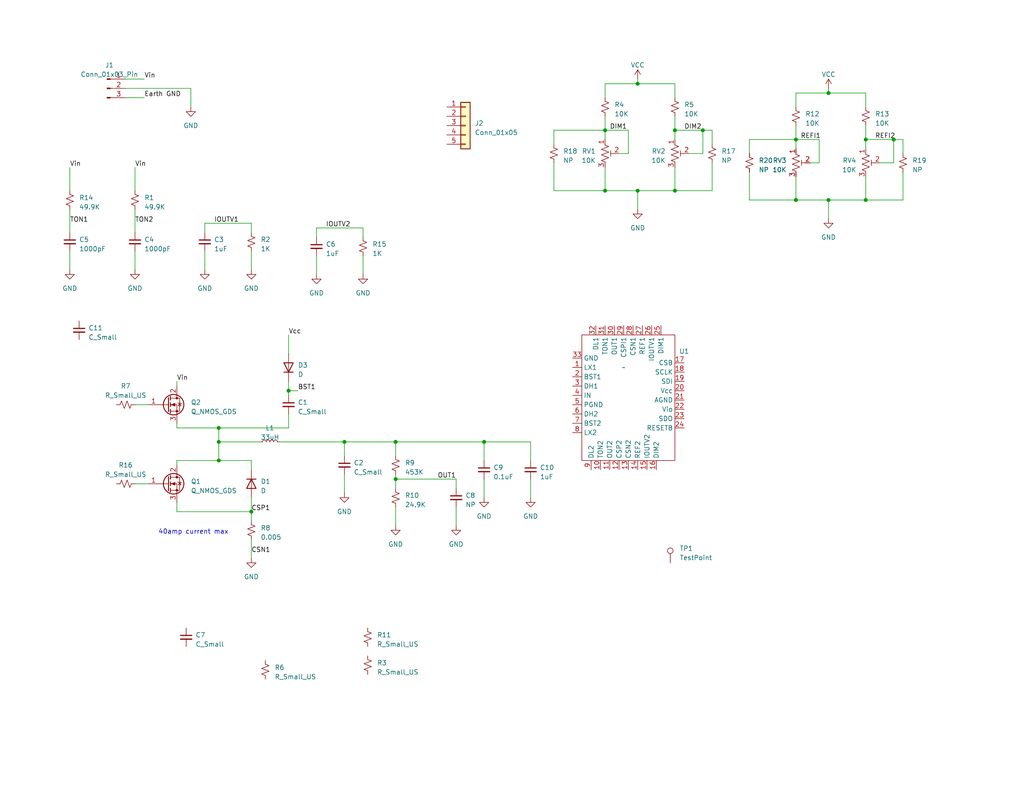
<source format=kicad_sch>
(kicad_sch (version 20230121) (generator eeschema)
  (paper "USLetter")
  (title_block (date "2023-11-08") (rev "0.1") (company "Public Invention") (comment 1 "Designed by: Lawrence Kincheloe"))
  (lib_symbols
    (symbol "Connector:Conn_01x03_Pin" (pin_names (offset 1.016) hide)
      (property "Reference" "J" (at 0 5.08 0))
      (property "Value" "Conn_01x03_Pin" (at 0 -5.08 0))
      (symbol "Conn_01x03_Pin_1_1"
        (polyline (pts (xy 1.27 -2.54) (xy 0.8636 -2.54)) (stroke (width 0.1524)))
        (polyline (pts (xy 1.27 0) (xy 0.8636 0)) (stroke (width 0.1524)))
        (polyline (pts (xy 1.27 2.54) (xy 0.8636 2.54)) (stroke (width 0.1524)))
        (rectangle (start 0.8636 -2.413) (end 0 -2.667) (stroke (width 0.1524)) (fill (type outline)))
        (rectangle (start 0.8636 0.127) (end 0 -0.127) (stroke (width 0.1524)) (fill (type outline)))
        (rectangle (start 0.8636 2.667) (end 0 2.413) (stroke (width 0.1524)) (fill (type outline)))
        (pin passive line (at 5.08 2.54 180) (length 3.81) (name "Pin_1") (number "1"))
        (pin passive line (at 5.08 0 180) (length 3.81) (name "Pin_2") (number "2"))
        (pin passive line (at 5.08 -2.54 180) (length 3.81) (name "Pin_3") (number "3"))
      )
    )
    (symbol "Connector:TestPoint" (pin_numbers hide) (pin_names (offset 0.762) hide)
      (property "Reference" "TP" (at 0 6.858 0))
      (property "Value" "TestPoint" (at 0 5.08 0))
      (symbol "TestPoint_0_1"
        (circle (center 0 3.302) (radius 0.762))
      )
      (symbol "TestPoint_1_1"
        (pin passive line (at 0 0 90) (length 2.54) (name "1") (number "1"))
      )
    )
    (symbol "Connector_Generic:Conn_01x05" (pin_names (offset 1.016) hide)
      (property "Reference" "J" (at 0 7.62 0))
      (property "Value" "Conn_01x05" (at 0 -7.62 0))
      (symbol "Conn_01x05_1_1"
        (rectangle (start -1.27 -4.953) (end 0 -5.207) (stroke (width 0.1524)))
        (rectangle (start -1.27 -2.413) (end 0 -2.667) (stroke (width 0.1524)))
        (rectangle (start -1.27 0.127) (end 0 -0.127) (stroke (width 0.1524)))
        (rectangle (start -1.27 2.667) (end 0 2.413) (stroke (width 0.1524)))
        (rectangle (start -1.27 5.207) (end 0 4.953) (stroke (width 0.1524)))
        (rectangle (start -1.27 6.35) (end 1.27 -6.35) (stroke (width 0.254)) (fill (type background)))
        (pin passive line (at -5.08 5.08 0) (length 3.81) (name "Pin_1") (number "1"))
        (pin passive line (at -5.08 2.54 0) (length 3.81) (name "Pin_2") (number "2"))
        (pin passive line (at -5.08 0 0) (length 3.81) (name "Pin_3") (number "3"))
        (pin passive line (at -5.08 -2.54 0) (length 3.81) (name "Pin_4") (number "4"))
        (pin passive line (at -5.08 -5.08 0) (length 3.81) (name "Pin_5") (number "5"))
      )
    )
    (symbol "Device:C_Small" (pin_numbers hide) (pin_names (offset 0.254) hide)
      (property "Reference" "C" (at 0.254 1.778 0))
      (property "Value" "C_Small" (at 0.254 -2.032 0))
      (symbol "C_Small_0_1"
        (polyline (pts (xy -1.524 -0.508) (xy 1.524 -0.508)) (stroke (width 0.3302)))
        (polyline (pts (xy -1.524 0.508) (xy 1.524 0.508)) (stroke (width 0.3048)))
      )
      (symbol "C_Small_1_1"
        (pin passive line (at 0 2.54 270) (length 2.032) (name "~") (number "1"))
        (pin passive line (at 0 -2.54 90) (length 2.032) (name "~") (number "2"))
      )
    )
    (symbol "Device:D" (pin_numbers hide) (pin_names (offset 1.016) hide)
      (property "Reference" "D" (at 0 2.54 0))
      (property "Value" "D" (at 0 -2.54 0))
      (symbol "D_0_1"
        (polyline (pts (xy -1.27 1.27) (xy -1.27 -1.27)) (stroke (width 0.254)))
        (polyline (pts (xy 1.27 0) (xy -1.27 0)))
        (polyline (pts (xy 1.27 1.27) (xy 1.27 -1.27) (xy -1.27 0) (xy 1.27 1.27)) (stroke (width 0.254)))
      )
      (symbol "D_1_1"
        (pin passive line (at -3.81 0 0) (length 2.54) (name "K") (number "1"))
        (pin passive line (at 3.81 0 180) (length 2.54) (name "A") (number "2"))
      )
    )
    (symbol "Device:L_Small" (pin_numbers hide) (pin_names (offset 0.254) hide)
      (property "Reference" "L" (at 0.762 1.016 0))
      (property "Value" "L_Small" (at 0.762 -1.016 0))
      (symbol "L_Small_0_1"
        (arc (start 0 -2.032) (mid 0.5058 -1.524) (end 0 -1.016))
        (arc (start 0 -1.016) (mid 0.5058 -0.508) (end 0 0))
        (arc (start 0 0) (mid 0.5058 0.508) (end 0 1.016))
        (arc (start 0 1.016) (mid 0.5058 1.524) (end 0 2.032))
      )
      (symbol "L_Small_1_1"
        (pin passive line (at 0 2.54 270) (length 0.508) (name "~") (number "1"))
        (pin passive line (at 0 -2.54 90) (length 0.508) (name "~") (number "2"))
      )
    )
    (symbol "Device:Q_NMOS_GDS" (pin_names (offset 0) hide)
      (property "Reference" "Q" (at 5.08 1.27 0))
      (property "Value" "Q_NMOS_GDS" (at 5.08 -1.27 0))
      (symbol "Q_NMOS_GDS_0_1"
        (polyline (pts (xy 0.254 0) (xy -2.54 0)))
        (polyline (pts (xy 0.254 1.905) (xy 0.254 -1.905)) (stroke (width 0.254)))
        (polyline (pts (xy 0.762 -1.27) (xy 0.762 -2.286)) (stroke (width 0.254)))
        (polyline (pts (xy 0.762 0.508) (xy 0.762 -0.508)) (stroke (width 0.254)))
        (polyline (pts (xy 0.762 2.286) (xy 0.762 1.27)) (stroke (width 0.254)))
        (polyline (pts (xy 2.54 2.54) (xy 2.54 1.778)))
        (polyline (pts (xy 2.54 -2.54) (xy 2.54 0) (xy 0.762 0)))
        (polyline (pts (xy 0.762 -1.778) (xy 3.302 -1.778) (xy 3.302 1.778) (xy 0.762 1.778)))
        (polyline (pts (xy 1.016 0) (xy 2.032 0.381) (xy 2.032 -0.381) (xy 1.016 0)) (fill (type outline)))
        (polyline (pts (xy 2.794 0.508) (xy 2.921 0.381) (xy 3.683 0.381) (xy 3.81 0.254)))
        (polyline (pts (xy 3.302 0.381) (xy 2.921 -0.254) (xy 3.683 -0.254) (xy 3.302 0.381)))
        (circle (center 1.651 0) (radius 2.794) (stroke (width 0.254)))
        (circle (center 2.54 -1.778) (radius 0.254) (fill (type outline)))
        (circle (center 2.54 1.778) (radius 0.254) (fill (type outline)))
      )
      (symbol "Q_NMOS_GDS_1_1"
        (pin input line (at -5.08 0 0) (length 2.54) (name "G") (number "1"))
        (pin passive line (at 2.54 5.08 270) (length 2.54) (name "D") (number "2"))
        (pin passive line (at 2.54 -5.08 90) (length 2.54) (name "S") (number "3"))
      )
    )
    (symbol "Device:R_Potentiometer_Trim_US" (pin_names (offset 1.016) hide)
      (property "Reference" "RV" (at -4.445 0 90))
      (property "Value" "R_Potentiometer_Trim_US" (at -2.54 0 90))
      (symbol "R_Potentiometer_Trim_US_0_1"
        (polyline (pts (xy 0 -2.286) (xy 0 -2.54)))
        (polyline (pts (xy 0 2.286) (xy 0 2.54)))
        (polyline (pts (xy 1.524 0.762) (xy 1.524 -0.762)))
        (polyline (pts (xy 2.54 0) (xy 1.524 0)))
        (polyline (pts (xy 0 -0.762) (xy 1.016 -1.143) (xy 0 -1.524) (xy -1.016 -1.905) (xy 0 -2.286)))
        (polyline (pts (xy 0 0.762) (xy 1.016 0.381) (xy 0 0) (xy -1.016 -0.381) (xy 0 -0.762)))
        (polyline (pts (xy 0 2.286) (xy 1.016 1.905) (xy 0 1.524) (xy -1.016 1.143) (xy 0 0.762)))
      )
      (symbol "R_Potentiometer_Trim_US_1_1"
        (pin passive line (at 0 3.81 270) (length 1.27) (name "1") (number "1"))
        (pin passive line (at 3.81 0 180) (length 1.27) (name "2") (number "2"))
        (pin passive line (at 0 -3.81 90) (length 1.27) (name "3") (number "3"))
      )
    )
    (symbol "Device:R_Small_US" (pin_numbers hide) (pin_names (offset 0.254) hide)
      (property "Reference" "R" (at 0.762 0.508 0))
      (property "Value" "R_Small_US" (at 0.762 -1.016 0))
      (symbol "R_Small_US_1_1"
        (polyline (pts (xy 0 0) (xy 1.016 -0.381) (xy 0 -0.762) (xy -1.016 -1.143) (xy 0 -1.524)))
        (polyline (pts (xy 0 1.524) (xy 1.016 1.143) (xy 0 0.762) (xy -1.016 0.381) (xy 0 0)))
        (pin passive line (at 0 2.54 270) (length 1.016) (name "~") (number "1"))
        (pin passive line (at 0 -2.54 90) (length 1.016) (name "~") (number "2"))
      )
    )
    (symbol "MAX20096:MAX20096"
      (property "Reference" "U" (at 0 0 0))
      (symbol "MAX20096_0_1"
        (rectangle (start -11.43 8.89) (end 13.97 -25.4))
      )
      (symbol "MAX20096_1_1"
        (pin input line (at -13.97 0 0) (length 2.54) (name "LX1") (number "1"))
        (pin input line (at -6.35 -27.94 90) (length 2.54) (name "TON2") (number "10"))
        (pin input line (at -3.81 -27.94 90) (length 2.54) (name "OUT2") (number "11"))
        (pin input line (at -1.27 -27.94 90) (length 2.54) (name "CSP2") (number "12"))
        (pin input line (at 1.27 -27.94 90) (length 2.54) (name "CSN2") (number "13"))
        (pin input line (at 3.81 -27.94 90) (length 2.54) (name "REF2") (number "14"))
        (pin input line (at 6.35 -27.94 90) (length 2.54) (name "IOUTV2") (number "15"))
        (pin input line (at 8.89 -27.94 90) (length 2.54) (name "DIM2") (number "16"))
        (pin input line (at 16.51 1.27 180) (length 2.54) (name "CSB") (number "17"))
        (pin input line (at 16.51 -1.27 180) (length 2.54) (name "SCLK") (number "18"))
        (pin input line (at 16.51 -3.81 180) (length 2.54) (name "SDI") (number "19"))
        (pin input line (at -13.97 -2.54 0) (length 2.54) (name "BST1") (number "2"))
        (pin input line (at 16.51 -6.35 180) (length 2.54) (name "Vcc") (number "20"))
        (pin input line (at 16.51 -8.89 180) (length 2.54) (name "AGND") (number "21"))
        (pin input line (at 16.51 -11.43 180) (length 2.54) (name "Vio") (number "22"))
        (pin input line (at 16.51 -13.97 180) (length 2.54) (name "SDO") (number "23"))
        (pin input line (at 16.51 -16.51 180) (length 2.54) (name "RESETB") (number "24"))
        (pin input line (at 10.16 11.43 270) (length 2.54) (name "DIM1") (number "25"))
        (pin input line (at 7.62 11.43 270) (length 2.54) (name "IOUTV1") (number "26"))
        (pin input line (at 5.08 11.43 270) (length 2.54) (name "REF1") (number "27"))
        (pin input line (at 2.54 11.43 270) (length 2.54) (name "CSN1") (number "28"))
        (pin input line (at 0 11.43 270) (length 2.54) (name "CSPI1") (number "29"))
        (pin input line (at -13.97 -5.08 0) (length 2.54) (name "DH1") (number "3"))
        (pin input line (at -2.54 11.43 270) (length 2.54) (name "OUT1") (number "30"))
        (pin input line (at -5.08 11.43 270) (length 2.54) (name "TON1") (number "31"))
        (pin input line (at -7.62 11.43 270) (length 2.54) (name "DL1") (number "32"))
        (pin input line (at -13.97 2.54 0) (length 2.54) (name "GND") (number "33"))
        (pin input line (at -13.97 -7.62 0) (length 2.54) (name "IN") (number "4"))
        (pin input line (at -13.97 -10.16 0) (length 2.54) (name "PGND") (number "5"))
        (pin input line (at -13.97 -12.7 0) (length 2.54) (name "DH2") (number "6"))
        (pin input line (at -13.97 -15.24 0) (length 2.54) (name "BST2") (number "7"))
        (pin input line (at -13.97 -17.78 0) (length 2.54) (name "LX2") (number "8"))
        (pin input line (at -8.89 -27.94 90) (length 2.54) (name "DL2") (number "9"))
      )
    )
    (symbol "power:GND" (power) (pin_names (offset 0))
      (property "Value" "GND" (at 0 -3.81 0))
      (symbol "GND_0_1"
        (polyline (pts (xy 0 0) (xy 0 -1.27) (xy 1.27 -1.27) (xy 0 -2.54) (xy -1.27 -1.27) (xy 0 -1.27)))
      )
      (symbol "GND_1_1"
        (pin power_in line (at 0 0 270) (length 0) hide (name "GND") (number "1"))
      )
    )
    (symbol "power:VCC" (power) (pin_names (offset 0))
      (property "Value" "VCC" (at 0 3.81 0))
      (symbol "VCC_0_1"
        (polyline (pts (xy -0.762 1.27) (xy 0 2.54)))
        (polyline (pts (xy 0 0) (xy 0 2.54)))
        (polyline (pts (xy 0 2.54) (xy 0.762 1.27)))
      )
      (symbol "VCC_1_1"
        (pin power_in line (at 0 0 90) (length 0) hide (name "VCC") (number "1"))
      )
    )
  )
  (junction (at 93.98 120.65))
  (junction (at 217.17 38.1))
  (junction (at 191.77 35.56))
  (junction (at 107.95 130.81))
  (junction (at 107.95 120.65))
  (junction (at 226.06 54.61))
  (junction (at 226.06 25.4))
  (junction (at 68.58 139.7))
  (junction (at 78.74 106.68))
  (junction (at 59.69 116.84))
  (junction (at 236.22 54.61))
  (junction (at 132.08 120.65))
  (junction (at 59.69 120.65))
  (junction (at 184.15 52.07))
  (junction (at 173.99 52.07))
  (junction (at 243.84 38.1))
  (junction (at 236.22 38.1))
  (junction (at 217.17 54.61))
  (junction (at 184.15 35.56))
  (junction (at 173.99 22.86))
  (junction (at 165.1 52.07))
  (junction (at 59.69 125.73))
  (junction (at 165.1 35.56))
  (wire (pts (xy 191.77 41.91) (xy 187.96 41.91)))
  (wire (pts (xy 194.31 52.07) (xy 184.15 52.07)))
  (wire (pts (xy 124.46 133.35) (xy 124.46 130.81)))
  (wire (pts (xy 68.58 125.73) (xy 68.58 128.27)))
  (wire (pts (xy 59.69 125.73) (xy 68.58 125.73)))
  (wire (pts (xy 236.22 34.29) (xy 236.22 38.1)))
  (wire (pts (xy 107.95 120.65) (xy 93.98 120.65)))
  (wire (pts (xy 151.13 44.45) (xy 151.13 52.07)))
  (wire (pts (xy 107.95 130.81) (xy 107.95 133.35)))
  (wire (pts (xy 184.15 35.56) (xy 191.77 35.56)))
  (wire (pts (xy 68.58 60.96) (xy 55.88 60.96)))
  (wire (pts (xy 165.1 52.07) (xy 165.1 45.72)))
  (wire (pts (xy 124.46 138.43) (xy 124.46 143.51)))
  (wire (pts (xy 204.47 46.99) (xy 204.47 54.61)))
  (wire (pts (xy 99.06 64.77) (xy 99.06 62.23)))
  (wire (pts (xy 68.58 139.7) (xy 68.58 142.24)))
  (wire (pts (xy 68.58 139.7) (xy 48.26 139.7)))
  (wire (pts (xy 107.95 138.43) (xy 107.95 143.51)))
  (wire (pts (xy 165.1 31.75) (xy 165.1 35.56)))
  (wire (pts (xy 236.22 38.1) (xy 236.22 40.64)))
  (wire (pts (xy 165.1 35.56) (xy 171.45 35.56)))
  (wire (pts (xy 107.95 129.54) (xy 107.95 130.81)))
  (wire (pts (xy 34.29 21.59) (xy 39.37 21.59)))
  (wire (pts (xy 132.08 120.65) (xy 132.08 125.73)))
  (wire (pts (xy 99.06 62.23) (xy 86.36 62.23)))
  (wire (pts (xy 76.2 120.65) (xy 93.98 120.65)))
  (wire (pts (xy 68.58 68.58) (xy 68.58 73.66)))
  (wire (pts (xy 171.45 41.91) (xy 171.45 35.56)))
  (wire (pts (xy 19.05 57.15) (xy 19.05 63.5)))
  (wire (pts (xy 151.13 35.56) (xy 151.13 39.37)))
  (wire (pts (xy 68.58 147.32) (xy 68.58 152.4)))
  (wire (pts (xy 107.95 130.81) (xy 124.46 130.81)))
  (wire (pts (xy 246.38 38.1) (xy 246.38 41.91)))
  (wire (pts (xy 226.06 54.61) (xy 226.06 59.69)))
  (wire (pts (xy 236.22 25.4) (xy 236.22 29.21)))
  (wire (pts (xy 55.88 68.58) (xy 55.88 73.66)))
  (wire (pts (xy 226.06 25.4) (xy 236.22 25.4)))
  (wire (pts (xy 194.31 44.45) (xy 194.31 52.07)))
  (wire (pts (xy 223.52 44.45) (xy 223.52 38.1)))
  (wire (pts (xy 144.78 130.81) (xy 144.78 135.89)))
  (wire (pts (xy 184.15 22.86) (xy 184.15 26.67)))
  (wire (pts (xy 236.22 38.1) (xy 243.84 38.1)))
  (wire (pts (xy 236.22 54.61) (xy 246.38 54.61)))
  (wire (pts (xy 204.47 38.1) (xy 204.47 41.91)))
  (wire (pts (xy 48.26 125.73) (xy 59.69 125.73)))
  (wire (pts (xy 34.29 24.13) (xy 52.07 24.13)))
  (wire (pts (xy 48.26 116.84) (xy 48.26 115.57)))
  (wire (pts (xy 217.17 29.21) (xy 217.17 25.4)))
  (wire (pts (xy 165.1 22.86) (xy 173.99 22.86)))
  (wire (pts (xy 48.26 127) (xy 48.26 125.73)))
  (wire (pts (xy 184.15 35.56) (xy 184.15 38.1)))
  (wire (pts (xy 59.69 116.84) (xy 78.74 116.84)))
  (wire (pts (xy 81.28 106.68) (xy 78.74 106.68)))
  (wire (pts (xy 217.17 54.61) (xy 217.17 48.26)))
  (wire (pts (xy 184.15 31.75) (xy 184.15 35.56)))
  (wire (pts (xy 48.26 139.7) (xy 48.26 137.16)))
  (wire (pts (xy 78.74 106.68) (xy 78.74 107.95)))
  (wire (pts (xy 78.74 91.44) (xy 78.74 96.52)))
  (wire (pts (xy 99.06 69.85) (xy 99.06 74.93)))
  (wire (pts (xy 217.17 34.29) (xy 217.17 38.1)))
  (wire (pts (xy 68.58 63.5) (xy 68.58 60.96)))
  (wire (pts (xy 93.98 120.65) (xy 93.98 124.46)))
  (wire (pts (xy 226.06 54.61) (xy 217.17 54.61)))
  (wire (pts (xy 217.17 38.1) (xy 223.52 38.1)))
  (wire (pts (xy 173.99 21.59) (xy 173.99 22.86)))
  (wire (pts (xy 204.47 38.1) (xy 217.17 38.1)))
  (wire (pts (xy 184.15 52.07) (xy 173.99 52.07)))
  (wire (pts (xy 173.99 22.86) (xy 184.15 22.86)))
  (wire (pts (xy 168.91 41.91) (xy 171.45 41.91)))
  (wire (pts (xy 220.98 44.45) (xy 223.52 44.45)))
  (wire (pts (xy 36.83 110.49) (xy 40.64 110.49)))
  (wire (pts (xy 78.74 116.84) (xy 78.74 113.03)))
  (wire (pts (xy 144.78 125.73) (xy 144.78 120.65)))
  (wire (pts (xy 243.84 38.1) (xy 246.38 38.1)))
  (wire (pts (xy 59.69 116.84) (xy 48.26 116.84)))
  (wire (pts (xy 19.05 45.72) (xy 19.05 52.07)))
  (wire (pts (xy 107.95 124.46) (xy 107.95 120.65)))
  (wire (pts (xy 48.26 105.41) (xy 48.26 104.14)))
  (wire (pts (xy 191.77 35.56) (xy 194.31 35.56)))
  (wire (pts (xy 246.38 46.99) (xy 246.38 54.61)))
  (wire (pts (xy 165.1 26.67) (xy 165.1 22.86)))
  (wire (pts (xy 191.77 35.56) (xy 191.77 41.91)))
  (wire (pts (xy 144.78 120.65) (xy 132.08 120.65)))
  (wire (pts (xy 78.74 104.14) (xy 78.74 106.68)))
  (wire (pts (xy 19.05 68.58) (xy 19.05 73.66)))
  (wire (pts (xy 173.99 52.07) (xy 165.1 52.07)))
  (wire (pts (xy 68.58 135.89) (xy 68.58 139.7)))
  (wire (pts (xy 59.69 120.65) (xy 59.69 125.73)))
  (wire (pts (xy 34.29 26.67) (xy 39.37 26.67)))
  (wire (pts (xy 236.22 54.61) (xy 226.06 54.61)))
  (wire (pts (xy 243.84 38.1) (xy 243.84 44.45)))
  (wire (pts (xy 217.17 25.4) (xy 226.06 25.4)))
  (wire (pts (xy 165.1 35.56) (xy 165.1 38.1)))
  (wire (pts (xy 217.17 38.1) (xy 217.17 40.64)))
  (wire (pts (xy 194.31 35.56) (xy 194.31 39.37)))
  (wire (pts (xy 132.08 130.81) (xy 132.08 135.89)))
  (wire (pts (xy 151.13 52.07) (xy 165.1 52.07)))
  (wire (pts (xy 184.15 45.72) (xy 184.15 52.07)))
  (wire (pts (xy 52.07 24.13) (xy 52.07 29.21)))
  (wire (pts (xy 36.83 57.15) (xy 36.83 63.5)))
  (wire (pts (xy 59.69 120.65) (xy 71.12 120.65)))
  (wire (pts (xy 173.99 52.07) (xy 173.99 57.15)))
  (wire (pts (xy 151.13 35.56) (xy 165.1 35.56)))
  (wire (pts (xy 226.06 24.13) (xy 226.06 25.4)))
  (wire (pts (xy 107.95 120.65) (xy 132.08 120.65)))
  (wire (pts (xy 36.83 68.58) (xy 36.83 73.66)))
  (wire (pts (xy 204.47 54.61) (xy 217.17 54.61)))
  (wire (pts (xy 93.98 129.54) (xy 93.98 134.62)))
  (wire (pts (xy 59.69 116.84) (xy 59.69 120.65)))
  (wire (pts (xy 36.83 45.72) (xy 36.83 52.07)))
  (wire (pts (xy 86.36 69.85) (xy 86.36 74.93)))
  (wire (pts (xy 36.83 132.08) (xy 40.64 132.08)))
  (wire (pts (xy 55.88 60.96) (xy 55.88 63.5)))
  (wire (pts (xy 243.84 44.45) (xy 240.03 44.45)))
  (wire (pts (xy 86.36 62.23) (xy 86.36 64.77)))
  (wire (pts (xy 236.22 48.26) (xy 236.22 54.61)))
  (text "40amp current max" (at 43.18 146.05 0) (effects (font (size 1.27 1.27)) (justify left bottom)))
  (label "CSP1" (at 68.58 139.7 0))
  (label "Vin" (at 48.26 104.14 0))
  (label "Vcc" (at 78.74 91.44 0))
  (label "REFI2" (at 238.76 38.1 0))
  (label "TON1" (at 19.05 60.96 0))
  (label "BST1" (at 81.28 106.68 0))
  (label "IOUTV1" (at 58.42 60.96 0))
  (label "DIM2" (at 186.69 35.56 0))
  (label "OUT1" (at 119.38 130.81 0))
  (label "Vin" (at 19.05 45.72 0))
  (label "Vin" (at 36.83 45.72 0))
  (label "IOUTV2" (at 88.9 62.23 0))
  (label "Earth GND" (at 39.37 26.67 0))
  (label "REFI1" (at 218.44 38.1 0))
  (label "Vin" (at 39.37 21.59 0))
  (label "DIM1" (at 166.37 35.56 0))
  (label "TON2" (at 36.83 60.96 0))
  (label "CSN1" (at 68.58 151.13 0))
  (symbol (lib_id "Device:C_Small") (at 36.83 66.04 0) (unit 1)
    (property "Reference" "C4" (at 39.37 65.4113 0) (effects (justify left)))
    (property "Value" "1000pF" (at 39.37 67.9513 0) (effects (justify left)))
  )
  (symbol (lib_id "Device:R_Potentiometer_Trim_US") (at 217.17 44.45 0) (unit 1)
    (property "Reference" "RV3" (at 214.63 43.815 0) (effects (justify right)))
    (property "Value" "10K" (at 214.63 46.355 0) (effects (justify right)))
  )
  (symbol (lib_id "Device:R_Small_US") (at 107.95 135.89 0) (unit 1)
    (property "Reference" "R10" (at 110.49 135.255 0) (effects (justify left)))
    (property "Value" "24.9K" (at 110.49 137.795 0) (effects (justify left)))
  )
  (symbol (lib_id "Device:R_Potentiometer_Trim_US") (at 165.1 41.91 0) (unit 1)
    (property "Reference" "RV1" (at 162.56 41.275 0) (effects (justify right)))
    (property "Value" "10K" (at 162.56 43.815 0) (effects (justify right)))
  )
  (symbol (lib_id "Device:C_Small") (at 21.59 90.17 0) (unit 1)
    (property "Reference" "C11" (at 24.13 89.5413 0) (effects (justify left)))
    (property "Value" "C_Small" (at 24.13 92.0813 0) (effects (justify left)))
  )
  (symbol (lib_id "Device:R_Potentiometer_Trim_US") (at 236.22 44.45 0) (unit 1)
    (property "Reference" "RV4" (at 233.68 43.815 0) (effects (justify right)))
    (property "Value" "10K" (at 233.68 46.355 0) (effects (justify right)))
  )
  (symbol (lib_id "power:GND") (at 68.58 152.4 0) (unit 1)
    (property "Reference" "#PWR07" (effects hide))
    (property "Value" "GND" (at 68.58 157.48 0))
  )
  (symbol (lib_id "Device:D") (at 78.74 100.33 90) (unit 1)
    (property "Reference" "D3" (at 81.28 99.695 90) (effects (justify right)))
    (property "Value" "D" (at 81.28 102.235 90) (effects (justify right)))
    (property "Sim.Device" "D" (effects hide))
    (property "Sim.Pins" "1=K 2=A" (effects hide))
  )
  (symbol (lib_id "Device:C_Small") (at 132.08 128.27 0) (unit 1)
    (property "Reference" "C9" (at 134.62 127.6413 0) (effects (justify left)))
    (property "Value" "0.1uF" (at 134.62 130.1813 0) (effects (justify left)))
  )
  (symbol (lib_id "MAX20096:MAX20096") (at 170.18 100.33 0) (unit 1)
    (property "Reference" "U1" (at 186.69 95.9103 0))
    (property "Value" "~" (at 170.18 100.33 0))
    (property "Footprint" "Package_DFN_QFN:QFN-32-1EP_5x5mm_P0.5mm_EP3.1x3.1mm" (effects hide))
    (property "Datasheet" "https://www.mouser.com/datasheet/2/609/MAX20096_MAX20097-3127961.pdf" (effects hide))
  )
  (symbol (lib_id "Device:R_Small_US") (at 194.31 41.91 0) (unit 1)
    (property "Reference" "R17" (at 196.85 41.275 0) (effects (justify left)))
    (property "Value" "NP" (at 196.85 43.815 0) (effects (justify left)))
  )
  (symbol (lib_id "Device:R_Small_US") (at 36.83 54.61 0) (unit 1)
    (property "Reference" "R1" (at 39.37 53.975 0) (effects (justify left)))
    (property "Value" "49.9K" (at 39.37 56.515 0) (effects (justify left)))
  )
  (symbol (lib_id "Device:R_Small_US") (at 165.1 29.21 0) (unit 1)
    (property "Reference" "R4" (at 167.64 28.575 0) (effects (justify left)))
    (property "Value" "10K" (at 167.64 31.115 0) (effects (justify left)))
  )
  (symbol (lib_id "Device:C_Small") (at 78.74 110.49 0) (unit 1)
    (property "Reference" "C1" (at 81.28 109.8613 0) (effects (justify left)))
    (property "Value" "C_Small" (at 81.28 112.4013 0) (effects (justify left)))
  )
  (symbol (lib_id "power:GND") (at 93.98 134.62 0) (unit 1)
    (property "Reference" "#PWR02" (effects hide))
    (property "Value" "GND" (at 93.98 139.7 0))
  )
  (symbol (lib_id "power:GND") (at 99.06 74.93 0) (unit 1)
    (property "Reference" "#PWR013" (effects hide))
    (property "Value" "GND" (at 99.06 80.01 0))
  )
  (symbol (lib_id "Device:C_Small") (at 93.98 127 0) (unit 1)
    (property "Reference" "C2" (at 96.52 126.3713 0) (effects (justify left)))
    (property "Value" "C_Small" (at 96.52 128.9113 0) (effects (justify left)))
  )
  (symbol (lib_id "power:GND") (at 52.07 29.21 0) (unit 1)
    (property "Reference" "#PWR01" (effects hide))
    (property "Value" "GND" (at 52.07 34.29 0))
  )
  (symbol (lib_id "Device:R_Small_US") (at 151.13 41.91 0) (unit 1)
    (property "Reference" "R18" (at 153.67 41.275 0) (effects (justify left)))
    (property "Value" "NP" (at 153.67 43.815 0) (effects (justify left)))
  )
  (symbol (lib_id "Device:C_Small") (at 55.88 66.04 0) (unit 1)
    (property "Reference" "C3" (at 58.42 65.4113 0) (effects (justify left)))
    (property "Value" "1uF" (at 58.42 67.9513 0) (effects (justify left)))
  )
  (symbol (lib_id "Device:C_Small") (at 124.46 135.89 0) (unit 1)
    (property "Reference" "C8" (at 127 135.2613 0) (effects (justify left)))
    (property "Value" "NP" (at 127 137.8013 0) (effects (justify left)))
  )
  (symbol (lib_id "Device:R_Small_US") (at 72.39 182.88 0) (unit 1)
    (property "Reference" "R6" (at 74.93 182.245 0) (effects (justify left)))
    (property "Value" "R_Small_US" (at 74.93 184.785 0) (effects (justify left)))
  )
  (symbol (lib_id "power:GND") (at 36.83 73.66 0) (unit 1)
    (property "Reference" "#PWR010" (effects hide))
    (property "Value" "GND" (at 36.83 78.74 0))
  )
  (symbol (lib_id "Device:L_Small") (at 73.66 120.65 90) (unit 1)
    (property "Reference" "L1" (at 73.66 116.84 90))
    (property "Value" "33uH" (at 73.66 119.38 90))
  )
  (symbol (lib_id "Device:R_Small_US") (at 100.33 181.61 0) (unit 1)
    (property "Reference" "R3" (at 102.87 180.975 0) (effects (justify left)))
    (property "Value" "R_Small_US" (at 102.87 183.515 0) (effects (justify left)))
  )
  (symbol (lib_id "Device:R_Small_US") (at 19.05 54.61 0) (unit 1)
    (property "Reference" "R14" (at 21.59 53.975 0) (effects (justify left)))
    (property "Value" "49.9K" (at 21.59 56.515 0) (effects (justify left)))
  )
  (symbol (lib_id "power:GND") (at 144.78 135.89 0) (unit 1)
    (property "Reference" "#PWR016" (effects hide))
    (property "Value" "GND" (at 144.78 140.97 0))
  )
  (symbol (lib_id "power:GND") (at 173.99 57.15 0) (unit 1)
    (property "Reference" "#PWR04" (effects hide))
    (property "Value" "GND" (at 173.99 62.23 0))
  )
  (symbol (lib_id "Device:D") (at 68.58 132.08 270) (unit 1)
    (property "Reference" "D1" (at 71.12 131.445 90) (effects (justify left)))
    (property "Value" "D" (at 71.12 133.985 90) (effects (justify left)))
    (property "Sim.Device" "D" (effects hide))
    (property "Sim.Pins" "1=K 2=A" (effects hide))
  )
  (symbol (lib_id "Device:C_Small") (at 19.05 66.04 0) (unit 1)
    (property "Reference" "C5" (at 21.59 65.4113 0) (effects (justify left)))
    (property "Value" "1000pF" (at 21.59 67.9513 0) (effects (justify left)))
  )
  (symbol (lib_id "power:VCC") (at 173.99 21.59 0) (unit 1)
    (property "Reference" "#PWR03" (effects hide))
    (property "Value" "VCC" (at 173.99 17.78 0))
  )
  (symbol (lib_id "power:VCC") (at 226.06 24.13 0) (unit 1)
    (property "Reference" "#PWR05" (effects hide))
    (property "Value" "VCC" (at 226.06 20.32 0))
  )
  (symbol (lib_id "power:GND") (at 107.95 143.51 0) (unit 1)
    (property "Reference" "#PWR015" (effects hide))
    (property "Value" "GND" (at 107.95 148.59 0))
  )
  (symbol (lib_id "Device:R_Small_US") (at 246.38 44.45 0) (unit 1)
    (property "Reference" "R19" (at 248.92 43.815 0) (effects (justify left)))
    (property "Value" "NP" (at 248.92 46.355 0) (effects (justify left)))
  )
  (symbol (lib_id "Device:C_Small") (at 50.8 173.99 0) (unit 1)
    (property "Reference" "C7" (at 53.34 173.3613 0) (effects (justify left)))
    (property "Value" "C_Small" (at 53.34 175.9013 0) (effects (justify left)))
  )
  (symbol (lib_id "Connector_Generic:Conn_01x05") (at 127 34.29 0) (unit 1)
    (property "Reference" "J2" (at 129.54 33.655 0) (effects (justify left)))
    (property "Value" "Conn_01x05" (at 129.54 36.195 0) (effects (justify left)))
  )
  (symbol (lib_id "power:GND") (at 132.08 135.89 0) (unit 1)
    (property "Reference" "#PWR017" (effects hide))
    (property "Value" "GND" (at 132.08 140.97 0))
  )
  (symbol (lib_id "Device:Q_NMOS_GDS") (at 45.72 110.49 0) (unit 1)
    (property "Reference" "Q2" (at 52.07 109.855 0) (effects (justify left)))
    (property "Value" "Q_NMOS_GDS" (at 52.07 112.395 0) (effects (justify left)))
  )
  (symbol (lib_id "Device:R_Small_US") (at 100.33 173.99 0) (unit 1)
    (property "Reference" "R11" (at 102.87 173.355 0) (effects (justify left)))
    (property "Value" "R_Small_US" (at 102.87 175.895 0) (effects (justify left)))
  )
  (symbol (lib_id "Connector:Conn_01x03_Pin") (at 29.21 24.13 0) (unit 1)
    (property "Reference" "J1" (at 29.845 17.78 0))
    (property "Value" "Conn_01x03_Pin" (at 29.845 20.32 0))
  )
  (symbol (lib_id "Device:R_Small_US") (at 34.29 110.49 90) (unit 1)
    (property "Reference" "R7" (at 34.29 105.41 90))
    (property "Value" "R_Small_US" (at 34.29 107.95 90))
  )
  (symbol (lib_id "Device:R_Small_US") (at 99.06 67.31 0) (unit 1)
    (property "Reference" "R15" (at 101.6 66.675 0) (effects (justify left)))
    (property "Value" "1K" (at 101.6 69.215 0) (effects (justify left)))
  )
  (symbol (lib_id "Device:R_Small_US") (at 68.58 66.04 0) (unit 1)
    (property "Reference" "R2" (at 71.12 65.405 0) (effects (justify left)))
    (property "Value" "1K" (at 71.12 67.945 0) (effects (justify left)))
  )
  (symbol (lib_id "Device:R_Small_US") (at 34.29 132.08 90) (unit 1)
    (property "Reference" "R16" (at 34.29 127 90))
    (property "Value" "R_Small_US" (at 34.29 129.54 90))
  )
  (symbol (lib_id "Device:C_Small") (at 86.36 67.31 0) (unit 1)
    (property "Reference" "C6" (at 88.9 66.6813 0) (effects (justify left)))
    (property "Value" "1uF" (at 88.9 69.2213 0) (effects (justify left)))
  )
  (symbol (lib_id "Device:R_Potentiometer_Trim_US") (at 184.15 41.91 0) (unit 1)
    (property "Reference" "RV2" (at 181.61 41.275 0) (effects (justify right)))
    (property "Value" "10K" (at 181.61 43.815 0) (effects (justify right)))
  )
  (symbol (lib_id "Device:Q_NMOS_GDS") (at 45.72 132.08 0) (unit 1)
    (property "Reference" "Q1" (at 52.07 131.445 0) (effects (justify left)))
    (property "Value" "Q_NMOS_GDS" (at 52.07 133.985 0) (effects (justify left)))
  )
  (symbol (lib_id "power:GND") (at 19.05 73.66 0) (unit 1)
    (property "Reference" "#PWR011" (effects hide))
    (property "Value" "GND" (at 19.05 78.74 0))
  )
  (symbol (lib_id "Connector:TestPoint") (at 182.88 153.67 0) (unit 1)
    (property "Reference" "TP1" (at 185.42 149.733 0) (effects (justify left)))
    (property "Value" "TestPoint" (at 185.42 152.273 0) (effects (justify left)))
  )
  (symbol (lib_id "power:GND") (at 55.88 73.66 0) (unit 1)
    (property "Reference" "#PWR08" (effects hide))
    (property "Value" "GND" (at 55.88 78.74 0))
  )
  (symbol (lib_id "Device:R_Small_US") (at 217.17 31.75 0) (unit 1)
    (property "Reference" "R12" (at 219.71 31.115 0) (effects (justify left)))
    (property "Value" "10K" (at 219.71 33.655 0) (effects (justify left)))
  )
  (symbol (lib_id "power:GND") (at 68.58 73.66 0) (unit 1)
    (property "Reference" "#PWR09" (effects hide))
    (property "Value" "GND" (at 68.58 78.74 0))
  )
  (symbol (lib_id "Device:R_Small_US") (at 107.95 127 0) (unit 1)
    (property "Reference" "R9" (at 110.49 126.365 0) (effects (justify left)))
    (property "Value" "453K" (at 110.49 128.905 0) (effects (justify left)))
  )
  (symbol (lib_id "Device:C_Small") (at 144.78 128.27 0) (unit 1)
    (property "Reference" "C10" (at 147.32 127.6413 0) (effects (justify left)))
    (property "Value" "1uF" (at 147.32 130.1813 0) (effects (justify left)))
  )
  (symbol (lib_id "power:GND") (at 226.06 59.69 0) (unit 1)
    (property "Reference" "#PWR06" (effects hide))
    (property "Value" "GND" (at 226.06 64.77 0))
  )
  (symbol (lib_id "Device:R_Small_US") (at 184.15 29.21 0) (unit 1)
    (property "Reference" "R5" (at 186.69 28.575 0) (effects (justify left)))
    (property "Value" "10K" (at 186.69 31.115 0) (effects (justify left)))
  )
  (symbol (lib_id "Device:R_Small_US") (at 68.58 144.78 0) (unit 1)
    (property "Reference" "R8" (at 71.12 144.145 0) (effects (justify left)))
    (property "Value" "0.005" (at 71.12 146.685 0) (effects (justify left)))
  )
  (symbol (lib_id "Device:R_Small_US") (at 236.22 31.75 0) (unit 1)
    (property "Reference" "R13" (at 238.76 31.115 0) (effects (justify left)))
    (property "Value" "10K" (at 238.76 33.655 0) (effects (justify left)))
  )
  (symbol (lib_id "Device:R_Small_US") (at 204.47 44.45 0) (unit 1)
    (property "Reference" "R20" (at 207.01 43.815 0) (effects (justify left)))
    (property "Value" "NP" (at 207.01 46.355 0) (effects (justify left)))
  )
  (symbol (lib_id "power:GND") (at 124.46 143.51 0) (unit 1)
    (property "Reference" "#PWR014" (effects hide))
    (property "Value" "GND" (at 124.46 148.59 0))
  )
  (symbol (lib_id "power:GND") (at 86.36 74.93 0) (unit 1)
    (property "Reference" "#PWR012" (effects hide))
    (property "Value" "GND" (at 86.36 80.01 0))
  )
)
</source>
